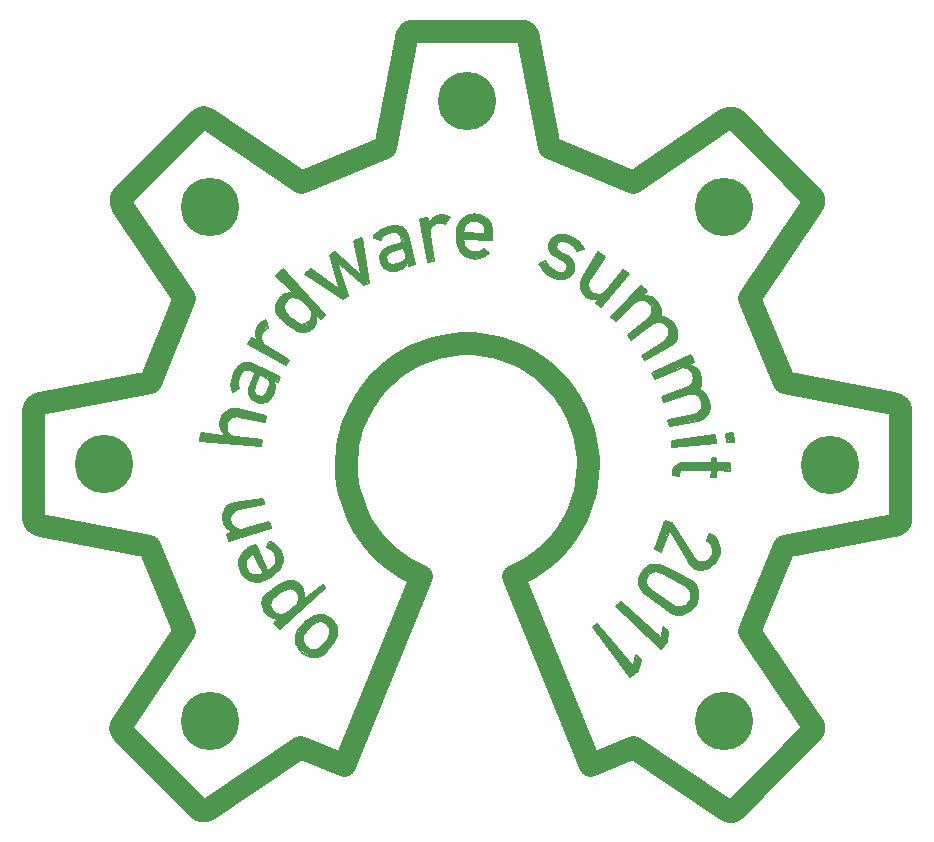
<source format=gbr>
G04 start of page 2 for group 0 idx 0 *
G04 Title: (unknown), component *
G04 Creator: pcb 20091103 *
G04 CreationDate: Fri Aug 12 04:18:29 2011 UTC *
G04 For: oskay *
G04 Format: Gerber/RS-274X *
G04 PCB-Dimensions: 305000 295000 *
G04 PCB-Coordinate-Origin: lower left *
%MOIN*%
%FSLAX25Y25*%
%LNFRONT*%
%ADD11C,0.1950*%
%ADD12C,0.0080*%
%ADD13C,0.0200*%
%ADD14C,0.0750*%
%ADD15C,0.1400*%
G54D11*X237339Y209769D03*
Y38469D03*
X272739Y123969D03*
X151739Y245269D03*
X66139Y38469D03*
X30539Y124069D03*
X66039Y209769D03*
G54D12*X83833Y112655D02*X84148Y110919D01*
X83833Y112656D02*X84148Y110919D01*
X77339Y102380D02*X85640Y104772D01*
X77339Y102381D02*X85640Y104772D01*
X86264Y102862D01*
X72516Y98419D02*X86264Y102862D01*
X76544Y102229D02*X77339Y102381D01*
G54D13*X73039Y100169D02*X85039Y103569D01*
X73039Y100169D02*Y99569D01*
X77839Y101169D01*
G54D12*X74467Y102658D02*X75096Y102381D01*
X75793Y102233D01*
X72966Y101127D02*X73088Y101180D01*
X72998Y101931D02*X73111Y101870D01*
X72544Y102169D02*X72998Y101931D01*
G54D13*X73539Y102469D02*X76939Y100769D01*
X85039Y103569D01*
G54D12*X72224Y110458D02*X73125Y110969D01*
X74214Y111267D01*
G54D13*X73939Y110069D02*X75439Y110269D01*
G54D12*X74901Y108836D02*X75673Y109080D01*
X74239Y108472D02*X74901Y108836D01*
X75673Y109081D01*
G54D13*X73639Y109169D02*X76039Y110169D01*
G54D12*X74214Y111267D02*X83833Y112655D01*
X74214Y111267D02*X83833Y112656D01*
X75673Y109080D02*X84148Y110919D01*
X75673Y109081D02*X84148Y110919D01*
G54D13*X75439Y110269D02*X83039Y111669D01*
G54D12*X73693Y108008D02*X74239Y108472D01*
X73267Y107461D02*X73693Y108008D01*
X72967Y106849D02*X73267Y107461D01*
X72796Y106192D02*X72967Y106849D01*
G54D13*X71839Y108869D02*X73939Y110069D01*
X72339Y107669D02*X73639Y109169D01*
G54D12*X72760Y105506D02*X72796Y106192D01*
X72760Y105506D02*X72864Y104811D01*
X73103Y104142D01*
X73458Y103552D01*
X73916Y103053D01*
X74467Y102658D01*
G54D13*X72539Y103369D02*X73539Y102469D01*
G54D12*X74467Y102658D02*X75096Y102380D01*
X75793Y102233D01*
X76544Y102229D01*
X77339Y102380D01*
X71783Y100779D02*X72516Y98419D01*
X73281Y101544D02*Y101512D01*
X73260Y101668D02*X73281Y101544D01*
X73201Y101780D02*X73260Y101668D01*
X73111Y101870D02*X73201Y101780D01*
X72966Y101126D02*X73088Y101180D01*
X73187Y101269D01*
X73254Y101383D01*
X73281Y101512D01*
X72544Y102169D02*X73111Y101870D01*
X71783Y100779D02*X72966Y101126D01*
X71783Y100779D02*X72966Y101127D01*
X72115Y102489D02*X72544Y102169D01*
X71716Y102878D02*X72115Y102489D01*
X71353Y103324D02*X71716Y102878D01*
X71033Y103816D02*X71353Y103324D01*
X70762Y104339D02*X71033Y103816D01*
X70547Y104883D02*X70762Y104339D01*
X70394Y105435D02*X70547Y104883D01*
G54D13*X71439Y105969D02*X72539Y103369D01*
G54D12*X70298Y106274D02*X70394Y105435D01*
X70298Y106274D02*X70356Y107178D01*
X70573Y108096D01*
G54D13*X71439Y105969D02*X71839Y108869D01*
G54D12*X70573Y108096D02*X70954Y108978D01*
X71502Y109778D01*
X70954Y108978D02*X71502Y109779D01*
Y109778D02*X72224Y110458D01*
X71502Y109779D02*X72224Y110458D01*
G54D14*X116790Y103939D02*X118360Y101455D01*
X115401Y106542D02*X116790Y103939D01*
X118360Y101455D02*X120103Y99098D01*
X114202Y109254D02*X115401Y106542D01*
X113201Y112068D02*X114202Y109254D01*
X112407Y114973D02*X113201Y112068D01*
X111829Y117963D02*X112407Y114973D01*
X111476Y121027D02*X111829Y117963D01*
X111356Y124157D02*X111476Y121027D01*
X111356Y124157D02*X111409Y126231D01*
X111564Y128278D01*
X111821Y130295D01*
X112175Y132280D01*
X112625Y134230D01*
X113168Y136143D01*
X113801Y138015D01*
X114523Y139845D01*
X115330Y141630D01*
X116219Y143368D01*
X117189Y145056D01*
X118237Y146690D01*
X119361Y148271D01*
X120557Y149793D01*
X121823Y151256D01*
X123158Y152654D01*
X124557Y153989D01*
G54D12*X74214Y142619D02*X75326Y142485D01*
X84740Y140125D01*
X84283Y138105D02*X84740Y140125D01*
X75847Y139951D02*X84283Y138105D01*
Y138106D02*X84740Y140125D01*
X75847Y139952D02*X84283Y138106D01*
X83139Y130087D02*X83351Y132100D01*
X75038Y140045D02*X75847Y139952D01*
G54D13*X74339Y141469D02*X83739Y139169D01*
G54D12*X74734Y133110D02*X83351Y132100D01*
X75038Y140045D02*X75847Y139951D01*
X74284Y139976D02*X75038Y140045D01*
X73596Y139761D02*X74284Y139976D01*
X72986Y139418D02*X73596Y139761D01*
X72467Y138963D02*X72986Y139418D01*
X72051Y138414D02*X72467Y138963D01*
X71751Y137789D02*X72051Y138414D01*
X71577Y137103D02*X71751Y137789D01*
X71533Y136390D02*X71577Y137103D01*
G54D13*X70339Y138169D02*X71039Y135169D01*
X70439Y138069D02*X71039Y135169D01*
G54D12*X71533Y136390D02*X71614Y135698D01*
X71825Y135048D01*
X72169Y134460D01*
X72644Y133961D01*
G54D13*X71639Y133969D02*X72639Y132869D01*
G54D12*X72644Y133961D02*X73238Y133561D01*
X73939Y133274D01*
X74734Y133110D01*
X62621Y131792D02*X83139Y130087D01*
G54D13*X63539Y133469D02*X82239Y131169D01*
X64939Y132769D02*X82239Y131169D01*
X64939Y132769D02*X72639Y132869D01*
G54D12*X62621Y131792D02*X62929Y134499D01*
X70259Y133630D01*
X62929Y134499D02*X70259Y133631D01*
G54D13*X63539Y133469D02*X63739Y132869D01*
G54D12*X70259Y133630D02*X70420Y133647D01*
X70564Y133727D01*
X70667Y133853D01*
X70709Y134010D01*
X70259Y133631D02*X70420Y133647D01*
X70568Y134357D02*X70667Y134233D01*
X70709Y134080D02*Y134010D01*
X70667Y134233D02*X70709Y134080D01*
X70241Y134754D02*X70568Y134357D01*
X69969Y135220D02*X70241Y134754D01*
X70709Y134081D02*Y134010D01*
X70667Y134233D02*X70709Y134081D01*
X69752Y135739D02*X69969Y135220D01*
X69592Y136297D02*X69752Y135739D01*
X69488Y136879D02*X69592Y136297D01*
X69442Y137471D02*X69488Y136879D01*
X69442Y137471D02*X69454Y138059D01*
X69442Y137472D02*X69488Y136879D01*
X69442Y137472D02*X69454Y138059D01*
X69723Y139330D02*X70052Y140034D01*
X70502Y140709D01*
X71063Y141325D01*
X71724Y141854D01*
X72477Y142265D01*
X73310Y142531D01*
X74214Y142619D01*
X69454Y138059D02*X69526Y138626D01*
X69723Y139330D01*
X69454Y138059D02*X69526Y138627D01*
X69723Y139330D01*
G54D13*X72339Y141169D02*X74339Y141469D01*
X73239Y141269D02*X73939Y140769D01*
X70339Y138169D02*X72339Y141169D01*
X70439Y138069D02*X73239Y141269D01*
G54D12*X80899Y149610D02*X81094Y150258D01*
X80805Y149010D02*X80899Y149610D01*
X80805Y149010D02*X80812Y148463D01*
X80921Y147969D01*
X81126Y147542D01*
X81424Y147188D01*
X81800Y146913D01*
X82239Y146722D01*
X82678Y146621D01*
X83137Y146606D01*
G54D13*X79839Y148169D02*X80739Y146469D01*
G54D12*X87131Y151126D02*X87523Y150493D01*
X87691Y149879D01*
X87689Y149515D02*X87691Y149879D01*
X87622Y149079D02*X87689Y149515D01*
X87485Y148546D02*X87622Y149079D01*
X87273Y147899D02*X87485Y148546D01*
X86819Y146867D02*X87273Y147899D01*
X86287Y146047D02*X86819Y146867D01*
G54D13*X86339Y148269D02*X86739Y150369D01*
G54D12*X85683Y145425D02*X86287Y146047D01*
G54D13*X84539Y145869D02*X86339Y148269D01*
G54D12*X85016Y144986D02*X85683Y145425D01*
X84288Y144711D02*X85016Y144986D01*
X83502Y144592D02*X84288Y144711D01*
X82666Y144626D02*X83502Y144592D01*
X81789Y144813D02*X82666Y144626D01*
X81021Y145108D02*X81789Y144813D01*
X80349Y145533D02*X81021Y145108D01*
X79789Y146075D02*X80349Y145533D01*
X79358Y146722D02*X79789Y146075D01*
G54D13*X80739Y146469D02*X82639Y145669D01*
X84539Y145869D01*
G54D12*X83137Y146606D02*X83599Y146692D01*
X84046Y146896D01*
X84458Y147219D01*
X84833Y147665D01*
X85169Y148238D01*
X85466Y148940D01*
X85758Y149775D01*
X85963Y150486D01*
X86049Y151111D01*
X85987Y151686D02*X86049Y151111D01*
X85890Y151958D02*X85987Y151686D01*
X85746Y152214D02*X85890Y151958D01*
G54D13*X86539Y153469D02*X86639Y152169D01*
G54D12*X85557Y152449D02*X85746Y152214D01*
X85557Y152447D02*X85746Y152214D01*
X85325Y152657D02*X85557Y152449D01*
X84752Y153029D02*X85325Y152657D01*
X84006Y153383D02*X84752Y153029D01*
X82965Y153840D02*X84006Y153383D01*
X79067Y147468D02*X79358Y146722D01*
X78944Y148313D02*X79067Y147468D01*
X78944Y148313D02*X79010Y149256D01*
G54D13*X79839Y148169D02*X80239Y150069D01*
G54D12*X79010Y149256D02*X79287Y150297D01*
X85325Y152657D02*X85557Y152447D01*
X82530Y153776D02*X82721Y153872D01*
X81094Y150258D02*X82412Y153596D01*
X79287Y150297D02*X80881Y154322D01*
G54D13*X80239Y150069D02*X81539Y154169D01*
G54D12*X82791Y153872D02*X82965Y153840D01*
X82721Y153872D02*X82791D01*
X82412Y153596D02*X82530Y153776D01*
X80881Y154322D02*X80911Y154456D01*
X80895Y154592D02*X80911Y154456D01*
X80839Y154715D02*X80895Y154592D01*
X80747Y154811D02*X80839Y154715D01*
X80676Y154843D02*X80747Y154811D01*
G54D13*X81539Y153969D02*X82339Y155269D01*
G54D12*X78143Y157968D02*X79188Y157904D01*
X80329Y157518D01*
X79216Y155467D02*X80676Y154843D01*
X78650Y155638D02*X79216Y155467D01*
G54D13*X78139Y156869D02*X81439Y155869D01*
G54D12*X76304Y154336D02*X76681Y154856D01*
X75960Y153706D02*X76304Y154336D01*
X75960Y153707D02*X76304Y154336D01*
X73966Y154281D02*X74405Y155133D01*
X74904Y155899D01*
X75457Y156564D01*
X76061Y157115D01*
X76713Y157542D01*
G54D13*X74939Y154369D02*X76539Y156069D01*
G54D12*X75641Y152972D02*X75960Y153706D01*
X75302Y151878D02*X75641Y152972D01*
X75191Y150889D02*X75302Y151878D01*
X75191Y150889D02*X75313Y150229D01*
X75602Y149635D01*
X73693Y148175D02*X75602Y149635D01*
X73218Y149301D02*X73693Y148175D01*
G54D13*X74239Y149669D02*X74339Y150069D01*
X74239Y151969D02*Y149669D01*
G54D12*X75641Y152972D02*X75960Y153707D01*
X73061Y150565D02*X73218Y149301D01*
X73061Y150565D02*X73195Y151928D01*
X73590Y153351D01*
X73966Y154281D01*
X73061Y150567D02*X73195Y151929D01*
X73590Y153351D01*
X73061Y150567D02*X73218Y149301D01*
G54D13*X74239Y151969D02*X74939Y154369D01*
G54D12*X76681Y154856D02*X77101Y155261D01*
X76713Y157542D02*X77408Y157829D01*
X78143Y157968D01*
X77408Y157831D02*X78143Y157968D01*
X76713Y157542D02*X77408Y157831D01*
X78095Y155660D02*X78650Y155638D01*
X77572Y155533D02*X78095Y155660D01*
X77101Y155261D02*X77572Y155533D01*
G54D13*X76539Y156069D02*X78139Y156869D01*
G54D14*X62965Y239564D02*X63389Y239690D01*
X62567Y239354D02*X62965Y239564D01*
X62208Y239061D02*X62567Y239354D01*
X65087D02*X65447Y239061D01*
X64689Y239564D02*X65087Y239354D01*
X64264Y239690D02*X64689Y239564D01*
X36801Y213600D02*X62208Y239061D01*
X65447D02*X96198Y218347D01*
X124301Y230000D01*
X63827Y239732D02*X64264Y239690D01*
X63389D02*X63827Y239732D01*
X36515Y213249D02*X36801Y213600D01*
X36324Y212867D02*X36515Y213249D01*
X36221Y212463D02*X36324Y212867D01*
X36200Y212042D02*X36221Y212463D01*
G54D12*X80329Y157518D02*X89356Y153281D01*
X84772Y163389D02*X92308Y158907D01*
X91337Y157139D02*X92308Y158907D01*
G54D13*X81439Y155869D02*X88039Y152769D01*
G54D12*X88521Y151410D02*X89356Y153281D01*
X87621Y151789D02*X88521Y151410D01*
X87419Y151803D02*X87621Y151789D01*
X87234Y151718D02*X87419Y151803D01*
X87202Y151686D02*X87234Y151718D01*
X87171Y151647D02*X87202Y151686D01*
X87091Y151533D02*X87171Y151647D01*
X87057Y151396D02*X87091Y151533D01*
X87057Y151396D02*X87070Y151254D01*
X87131Y151126D01*
X78727Y164083D02*X91337Y157139D01*
X83572Y164469D02*X84085Y163894D01*
G54D13*X80139Y164369D02*X91039Y158569D01*
X80139Y164969D02*X83039Y163469D01*
X82239Y164969D02*X83039Y163469D01*
G54D12*X78727Y164083D02*X79943Y166269D01*
G54D13*X80139Y164969D02*Y164369D01*
G54D14*X45866Y151513D02*X57515Y179669D01*
G54D12*X79943Y166269D02*X80984Y165646D01*
X81138Y165599D01*
X81298Y165618D01*
X81442Y165694D01*
X81544Y165819D01*
X81576Y165883D01*
X81625Y166039D01*
X81615Y166199D02*X81625Y166039D01*
X81407Y167231D02*X81615Y166199D01*
X81407Y167231D02*X81480Y168363D01*
X81801Y169489D01*
X83071Y167046D02*X83264Y167653D01*
X82990Y166406D02*X83071Y167046D01*
X83225Y165093D02*X83572Y164469D01*
G54D13*X82239Y165669D02*Y164969D01*
Y165669D02*X82439Y167769D01*
G54D12*X83556Y168211D02*X83895Y168638D01*
X83264Y167653D02*X83556Y168211D01*
X83071Y167044D02*X83264Y167653D01*
X82990Y166406D02*X83071Y167044D01*
X82990Y166406D02*X83036Y165749D01*
X83225Y165093D01*
X83572Y164468D01*
X84085Y163894D01*
X84772Y163389D01*
X84669Y172307D02*X85293Y169529D01*
X84006Y171993D02*X84669Y172307D01*
X84771Y169281D02*X85293Y169529D01*
X84303Y168989D02*X84771Y169281D01*
X83895Y168638D02*X84303Y168989D01*
G54D13*X82439Y167769D02*X83339Y170169D01*
G54D12*X81801Y169489D02*X82341Y170507D01*
X82814Y171082D01*
X83379Y171582D01*
X84006Y171993D01*
G54D13*X83339Y170169D02*X84039Y171069D01*
Y170069D01*
G54D12*X90919Y175297D02*X91329Y174563D01*
X91870Y173882D01*
X92500Y173249D01*
X93176Y172654D01*
X90766Y171714D02*X91748Y170918D01*
G54D13*X89739Y174169D02*X93639Y170769D01*
G54D12*X99848Y172688D02*X100119Y173547D01*
X100113Y174379D02*X100119Y173547D01*
X99876Y175156D02*X100113Y174379D01*
X99468Y175865D02*X99876Y175156D01*
X98948Y176522D02*X99468Y175865D01*
X98948Y176524D02*X99468Y175865D01*
X98364Y177140D02*X98948Y176524D01*
X95380Y179494D02*X95902Y179221D01*
X94837Y179694D02*X95380Y179494D01*
X89979Y172388D02*X90766Y171714D01*
X89366Y172963D02*X89979Y172388D01*
X88906Y173458D02*X89366Y172963D01*
X88570Y173894D02*X88906Y173458D01*
X88332Y174303D02*X88570Y173894D01*
G54D13*X88939Y175569D02*X89739Y174169D01*
X89639Y175669D02*X90339Y173869D01*
G54D12*X88164Y174714D02*X88332Y174303D01*
X88039Y175156D02*X88164Y174714D01*
X87957Y175639D02*X88039Y175156D01*
X87949Y176167D02*X87957Y175639D01*
X87949Y176167D02*X88012Y176725D01*
X88348Y177881D02*X88619Y178449D01*
X88955Y178992D01*
X89356Y179496D01*
X90155Y180196D01*
X88012Y176725D02*X88146Y177301D01*
X88348Y177881D01*
G54D13*X88939Y175569D02*X89439Y177969D01*
X89639Y175669D02*X89939Y178169D01*
G54D12*X93176Y172654D02*X93858Y172086D01*
X94553Y171556D01*
X95271Y171108D01*
X96025Y170783D01*
X93858Y172086D02*X94553Y171557D01*
X95271Y171108D01*
X96025Y170783D02*X96816Y170644D01*
X97634Y170749D01*
X98455Y171131D01*
X99252Y171825D01*
X99848Y172688D01*
G54D13*X99739Y170569D02*X100439Y172069D01*
G54D12*X102969Y172693D02*X104216Y173940D01*
X102101Y173522D02*X102969Y172693D01*
X102005Y173579D02*X102101Y173522D01*
X101898Y173601D02*X102005Y173579D01*
X101787Y173593D02*X101898Y173601D01*
X101680Y173558D02*X101787Y173593D01*
X101584Y173499D02*X101680Y173558D01*
X101507Y173418D02*X101584Y173499D01*
X101507Y173419D02*X101584Y173499D01*
X101456Y173322D02*X101507Y173418D01*
X101439Y173214D02*X101456Y173322D01*
X101432Y172233D02*X101439Y173214D01*
X101260Y171318D02*X101432Y172233D01*
G54D13*X100439Y172069D02*X100839Y173669D01*
G54D12*X101456Y173322D02*X101507Y173419D01*
G54D13*X102739Y174169D02*X103139Y173969D01*
X101039Y174369D02*X101439Y174869D01*
X100839Y173669D02*X101039Y174369D01*
G54D12*X100892Y170457D02*X101260Y171318D01*
X100294Y169639D02*X100892Y170457D01*
X99862Y169204D02*X100294Y169639D01*
G54D13*X98339Y169669D02*X99739Y170569D01*
X96239Y169469D02*X98339Y169669D01*
G54D12*X99443Y168868D02*X99862Y169204D01*
X99027Y168619D02*X99443Y168868D01*
X98608Y168446D02*X99027Y168619D01*
X98178Y168333D02*X98608Y168446D01*
X97730Y168272D02*X98178Y168333D01*
X97257Y168249D02*X97730Y168272D01*
X96751Y168250D02*X97257Y168249D01*
X96296Y168267D02*X96751Y168250D01*
X95864Y168332D02*X96296Y168267D01*
X95416Y168469D02*X95864Y168332D01*
X94912Y168700D02*X95416Y168469D01*
X94317Y169044D02*X94912Y168700D01*
X93607Y169518D02*X94317Y169044D01*
X92758Y170138D02*X93607Y169518D01*
X91748Y170918D02*X92758Y170138D01*
G54D13*X93639Y170769D02*X96239Y169469D01*
G54D14*X9506Y144443D02*X45866Y151513D01*
X9043Y144397D02*X9506Y144443D01*
X8610Y144267D02*X9043Y144397D01*
X8216Y144058D02*X8610Y144267D01*
X7871Y143783D02*X8216Y144058D01*
X7585Y143449D02*X7871Y143783D01*
X7369Y143063D02*X7585Y143449D01*
X7232Y142635D02*X7369Y143063D01*
X7184Y142175D02*X7232Y142635D01*
X7184Y142175D02*Y106194D01*
X7233Y105744D01*
X7372Y105341D01*
X7591Y104986D01*
X7879Y104679D01*
X8225Y104420D01*
X8619Y104209D01*
X9050Y104046D01*
X9506Y103932D01*
X45812Y96862D01*
G54D12*X100712Y71028D02*X101406Y71425D01*
X100347Y70737D02*X100712Y71028D01*
X99951Y70376D02*X100347Y70737D01*
X99502Y69933D02*X99951Y70376D01*
X98976Y69394D02*X99502Y69933D01*
G54D13*X97639Y69969D02*X101439Y72669D01*
G54D12*X98445Y68829D02*X98976Y69394D01*
X98023Y68334D02*X98445Y68829D01*
X97695Y67892D02*X98023Y68334D01*
X97446Y67485D02*X97695Y67892D01*
X97137Y66711D02*X97446Y67485D01*
X96996Y65954D02*X97137Y66711D01*
X96996Y65954D02*X97026Y65198D01*
X97272Y64423D01*
X96562Y70166D02*X97343Y70957D01*
X98168Y71728D01*
X98892Y72349D01*
X98168Y71728D02*X98892Y72350D01*
X97272Y64423D02*X97709Y63685D01*
X98314Y63042D01*
X99025Y62541D01*
X99796Y62202D01*
X100581Y62055D01*
X98314Y63042D02*X99025Y62542D01*
X99796Y62202D01*
X100581Y62056D01*
X101336Y62135D01*
X98892Y72349D02*X99536Y72839D01*
X100121Y73214D01*
X100667Y73488D01*
X101201Y73682D01*
X101749Y73806D01*
X102339Y73869D01*
X99536Y72840D02*X100121Y73214D01*
X102509Y71709D02*X102827Y71722D01*
X102165Y71651D02*X102509Y71709D01*
X102165Y71652D02*X102509Y71709D01*
X102133Y71651D02*X102165D01*
X101406Y71425D02*X102133Y71651D01*
Y71652D02*X102165D01*
X101406Y71425D02*X102133Y71652D01*
X98892Y72350D02*X99536Y72840D01*
X104866Y65247D02*X105249Y65773D01*
X105550Y66234D01*
X105779Y66649D01*
X106038Y67401D01*
X106126Y68140D01*
X106158D01*
X106110Y68837D02*X106158Y68140D01*
X105889Y69548D02*X106110Y68837D01*
X105490Y70234D02*X105889Y69548D01*
X104911Y70854D02*X105490Y70234D01*
X103883Y71487D02*X104911Y70854D01*
X102827Y71722D02*X103883Y71487D01*
X102339Y73869D02*X102796Y73882D01*
X103246Y73869D01*
X103943Y73810D01*
X104682Y73616D01*
X105491Y73219D01*
X106402Y72551D01*
X106979Y72008D01*
X107432Y71475D01*
X105491Y73219D02*X106402Y72552D01*
X106979Y72008D01*
G54D13*X103539Y72769D02*X105339Y71869D01*
X106739Y70369D01*
G54D12*X107432Y71475D02*X107776Y70954D01*
X108027Y70444D01*
X108201Y69945D01*
X108313Y69460D01*
X108379Y68987D01*
X108027Y70444D02*X108201Y69946D01*
X108313Y69460D01*
X108379Y68987D02*X108415Y68526D01*
X108424Y67934D01*
X108367Y67381D02*X108424Y67934D01*
X108240Y66837D02*X108367Y67381D01*
X108379Y68987D02*X108415Y68527D01*
X108424Y67934D01*
X108036Y66269D02*X108240Y66837D01*
X107743Y65650D02*X108036Y66269D01*
X107343Y64955D02*X107743Y65650D01*
X106820Y64162D02*X107343Y64955D01*
X106158Y63247D02*X106820Y64162D01*
Y64163D02*X107343Y64955D01*
X106158Y63247D02*X106820Y64163D01*
G54D13*X106739Y70369D02*X107339Y68369D01*
X106739Y66169D02*X107339Y68369D01*
X104939Y63669D02*X106739Y66169D01*
G54D12*X100581Y62055D02*X101336Y62135D01*
X102060Y62416D01*
X102756Y62868D01*
X103112Y63181D01*
X103490Y63569D01*
X103910Y64049D01*
X104390Y64636D01*
X104866Y65247D01*
G54D13*X101439Y61069D02*X103139Y61569D01*
G54D12*X105473Y62369D02*X106158Y63247D01*
X104848Y61659D02*X105473Y62369D01*
X104266Y61096D02*X104848Y61659D01*
X103713Y60661D02*X104266Y61096D01*
X103173Y60334D02*X103713Y60661D01*
G54D13*X103139Y61569D02*X104939Y63669D01*
G54D12*X102629Y60096D02*X103173Y60334D01*
X102067Y59927D02*X102629Y60096D01*
X101471Y59807D02*X102067Y59927D01*
X101022Y59760D02*X101471Y59807D01*
G54D14*X110705Y23983D02*X136383Y86886D01*
G54D12*X100516Y59764D02*X101022Y59760D01*
X99963Y59826D02*X100516Y59764D01*
X99372Y59956D02*X99963Y59826D01*
X98753Y60164D02*X99372Y59956D01*
G54D13*X99539Y61069D02*X101439D01*
X97939Y62069D02*X99539Y61069D01*
G54D14*X96144Y30028D02*X110705Y23983D01*
G54D12*X98115Y60457D02*X98753Y60164D01*
X97468Y60845D02*X98115Y60457D01*
X96822Y61337D02*X97468Y60845D01*
X96235Y61904D02*X96822Y61337D01*
G54D13*X96639Y63469D02*X97939Y62069D01*
G54D12*X95750Y62505D02*X96235Y61904D01*
X95359Y63124D02*X95750Y62505D01*
X95056Y63743D02*X95359Y63124D01*
X94835Y64346D02*X95056Y63743D01*
G54D13*X95639Y65669D02*X96639Y63469D01*
G54D12*X94689Y64914D02*X94835Y64346D01*
X94612Y65433D02*X94689Y64914D01*
X94597Y65883D02*X94612Y65433D01*
X94597Y65883D02*X94637Y66491D01*
X94725Y67069D01*
X94881Y67636D01*
X95123Y68210D01*
X95471Y68811D01*
G54D13*X95639Y65669D02*X96539Y68469D01*
G54D12*X95471Y68811D02*X95944Y69457D01*
X96562Y70166D01*
G54D13*X96539Y68469D02*X98039Y70069D01*
G54D14*X133681Y88110D02*X136383Y86886D01*
X131089Y89522D02*X133681Y88110D01*
X128618Y91114D02*X131089Y89522D01*
X126274Y92875D02*X128618Y91114D01*
X124068Y94799D02*X126274Y92875D01*
X122008Y96876D02*X124068Y94799D01*
X120103Y99098D02*X122008Y96876D01*
G54D12*X96014Y83929D02*X96404Y83457D01*
X96904Y82597D01*
X97158Y81723D01*
X97227Y80778D01*
X97169Y79708D02*X97227Y80778D01*
X97169Y79708D02*X97183Y79601D01*
X97227Y79504D01*
X97297Y79423D01*
X97385Y79359D01*
X97485Y79318D01*
X97590Y79302D01*
X97695Y79315D01*
X97793Y79361D01*
X103554Y83939D01*
X104461Y82897D01*
X95465Y78004D02*X95766Y78750D01*
X95836Y79575D01*
X89254Y69150D02*X104461Y82897D01*
G54D13*X101439Y72669D02*X103539Y72769D01*
X89239Y70569D02*X103339Y82869D01*
X96139Y77469D02*X96539Y79669D01*
G54D12*X93137Y75676D02*X93788Y76197D01*
X94423Y76747D01*
X94997Y77343D01*
X95465Y78004D01*
X93137Y75677D02*X93788Y76197D01*
X95634Y80456D02*X95836Y79575D01*
X95118Y81374D02*X95634Y80456D01*
X94589Y81982D02*X95118Y81374D01*
X94036Y82418D02*X94589Y81982D01*
X93460Y82687D02*X94036Y82418D01*
X92861Y82794D02*X93460Y82687D01*
X90880Y82284D02*X91859Y82674D01*
X89929Y81724D02*X90880Y82284D01*
X90154Y73979D02*X90961Y74256D01*
X91729Y74663D01*
X92455Y75153D01*
X93137Y75677D01*
G54D13*X89539Y72669D02*X93039Y74569D01*
X95239Y82569D02*X95839Y82269D01*
X96239Y80869D01*
X96539Y79669D01*
G54D12*X207239Y57447D02*X208068Y60572D01*
X209630Y58875D01*
G54D13*X207539Y56069D02*X208539Y58969D01*
X207539Y55669D02*X208539Y58969D01*
G54D12*X195047Y70783D02*X206544Y57312D01*
X208589Y55332D02*X209630Y58875D01*
X205882Y53178D02*X208589Y55332D01*
G54D13*X206239Y54569D02*X207539Y56069D01*
X205239Y56969D02*X207539Y55669D01*
G54D12*X193658Y69703D02*X205882Y53178D01*
G54D13*X194839Y69569D02*X206239Y54569D01*
X204939Y57669D02*X205239Y56969D01*
X198939Y64469D02*X204939Y57669D01*
G54D12*X206544Y57312D02*X206716Y57198D01*
X206927Y57190D01*
X207120Y57277D01*
X207239Y57447D01*
X206927Y57190D02*X207120Y57278D01*
X207239Y57447D01*
X193658Y69703D02*X195047Y70783D01*
X202859Y78249D02*X216022Y66372D01*
X216490Y66334D02*X216614Y66443D01*
X201509Y76757D02*X202859Y78249D01*
X201509Y76757D02*X216337Y62521D01*
G54D13*X202939Y76969D02*X216539Y63769D01*
G54D12*X216684Y66649D02*X217064Y69915D01*
X218832Y68424D01*
X218311Y64707D02*X218832Y68424D01*
G54D13*X217539Y65469D02*X217739Y68369D01*
X217339Y65369D02*X217739Y68369D01*
G54D12*X216337Y62521D02*X218311Y64707D01*
G54D13*X216539Y63769D02*X217539Y65469D01*
X216339Y65069D02*X217339Y65369D01*
G54D12*X216022Y66372D02*X216166Y66296D01*
X216332Y66284D01*
X216490Y66334D01*
X216614Y66443D02*X216684Y66649D01*
G54D13*X212039Y68469D02*X216339Y65069D01*
G54D12*X223629Y76583D02*X224312Y76870D01*
X224936Y77275D01*
X225477Y77785D01*
X225259Y74804D02*X226298Y75499D01*
X224111Y74287D02*X225259Y74804D01*
X224312Y76870D02*X224936Y77276D01*
X225477Y77785D01*
X222905Y73994D02*X224111Y74287D01*
X221687Y73959D02*X222905Y73994D01*
X220491Y74228D02*X221687Y73959D01*
X219352Y74847D02*X220491Y74228D01*
G54D13*X224139Y75269D02*X226739Y76969D01*
X222039Y75169D02*X225939Y76769D01*
X221239Y75169D02*X224139Y75269D01*
G54D12*X216716Y87797D02*X224632Y83386D01*
G54D13*X218439Y88069D02*X226339Y83769D01*
X225439Y84669D02*X226339Y83769D01*
G54D12*X215634Y88255D02*X216716Y87797D01*
X215634Y88256D02*X216716Y87797D01*
X217584Y89810D02*X225989Y85540D01*
X227012Y89776D02*X227827Y89289D01*
X225477Y77785D02*X225918Y78383D01*
X226234Y79040D01*
X226425Y79720D01*
X226483Y80411D01*
X226407Y81097D02*X226483Y80411D01*
X226184Y81758D02*X226407Y81097D01*
X225816Y82373D02*X226184Y81758D01*
X225300Y82924D02*X225816Y82373D01*
X224632Y83386D02*X225300Y82924D01*
G54D13*X225439Y93969D02*X227039Y91369D01*
G54D12*X225989Y85540D02*X227064Y84808D01*
X227857Y83897D01*
G54D13*X225439Y84669D02*X227239Y83169D01*
G54D12*X228393Y82852D02*X228695Y81721D01*
X228782Y80544D01*
X228659Y79372D02*X228782Y80544D01*
X228347Y78254D02*X228659Y79372D01*
X227859Y77239D02*X228347Y78254D01*
X227180Y76327D02*X227859Y77239D01*
X226298Y75499D02*X227180Y76327D01*
X227857Y83897D02*X228393Y82852D01*
X225816Y82374D02*X226184Y81758D01*
X225300Y82924D02*X225816Y82374D01*
G54D13*X227239Y83169D02*X227839Y80469D01*
X227239Y82569D02*X227339Y79669D01*
X226239Y83169D02*X227239Y82569D01*
X226739Y76969D02*X227839Y80469D01*
X225939Y76769D02*X227339Y79669D01*
G54D12*X213173Y82171D02*X220639Y77033D01*
X221375Y76644D01*
X222136Y76450D01*
X222895Y76435D01*
X223629Y76583D01*
G54D13*X215039Y78969D02*X215439Y79369D01*
G54D12*X214601Y88421D02*X215634Y88255D01*
X214601Y88421D02*X215634Y88256D01*
X211784Y80435D02*X219352Y74847D01*
G54D13*X215039Y78969D02*X221239Y75169D01*
X215439Y79369D02*X222039Y75169D01*
G54D12*X213047Y88010D02*X213790Y88322D01*
X212394Y87494D02*X213047Y88010D01*
G54D13*X211139Y82669D02*X214739Y79769D01*
G54D12*X213790Y88322D02*X214601Y88421D01*
X213047Y88009D02*X213790Y88322D01*
X214080Y90646D02*X214894Y90635D01*
G54D13*X213839Y89569D02*X215339Y89469D01*
X218439Y88069D01*
G54D12*X214894Y90635D02*X215754Y90496D01*
X216654Y90223D01*
X217584Y89810D01*
X212816Y90397D02*X214080Y90646D01*
G54D13*X215439Y96169D02*X215639Y96069D01*
G54D12*X209044Y85036D02*X209140Y86001D01*
X209432Y86968D01*
G54D13*X210239Y84469D02*X210339Y86169D01*
G54D12*X209432Y86968D02*X209914Y87932D01*
X210716Y89015D01*
X211689Y89845D01*
X212816Y90397D01*
G54D13*X210339Y86169D02*X211439Y88369D01*
X213839Y89569D01*
G54D12*X211330Y84898D02*X211437Y84286D01*
X211684Y83706D01*
X212059Y83161D01*
X212557Y82650D01*
X213173Y82171D01*
X210770Y81301D02*X211784Y80435D01*
X210000Y82205D02*X210770Y81301D01*
X209464Y83136D02*X210000Y82205D01*
X209148Y84080D02*X209464Y83136D01*
X209044Y85036D02*X209148Y84080D01*
Y84081D02*X209464Y83136D01*
X209044Y85036D02*X209148Y84081D01*
G54D13*X210239Y84469D02*X211139Y82669D01*
G54D12*X212394Y87494D02*X213047Y88009D01*
X211855Y86787D02*X212394Y87494D01*
X211544Y86155D02*X211855Y86787D01*
X211368Y85523D02*X211544Y86155D01*
X211330Y84898D02*X211368Y85523D01*
G54D14*X177027Y92875D02*X179233Y94799D01*
X174683Y91114D02*X177027Y92875D01*
X172211Y89522D02*X174683Y91114D01*
X169619Y88110D02*X172211Y89522D01*
X166918Y86886D02*X169619Y88110D01*
X166918Y86886D02*X192595Y23983D01*
X207162Y30028D01*
X181294Y96876D02*X183200Y99098D01*
X207162Y30028D02*X237854Y9308D01*
X238214Y9016D01*
X238611Y8807D01*
X239036Y8682D01*
X240733Y9016D02*X241093Y9308D01*
X239036Y8682D02*X239473Y8641D01*
X239909Y8682D01*
X240334Y8807D01*
X240733Y9016D01*
X241093Y9308D02*X266500Y34775D01*
X266786Y35124D02*X266976Y35500D01*
X267045Y36723D02*X267100Y36306D01*
X266923Y37141D02*X267045Y36723D01*
X266739Y37554D02*X266923Y37141D01*
X266500Y37954D02*X266739Y37554D01*
X266500Y34775D02*X266786Y35124D01*
X266976Y35500D02*X267079Y35896D01*
X267100Y36306D01*
X245786Y68651D02*X266500Y37954D01*
X245786Y68651D02*X257493Y96862D01*
G54D12*X91859Y82674D02*X92861Y82794D01*
X90880Y82283D02*X91859Y82674D01*
X89929Y81724D02*X90880Y82283D01*
X89009Y81097D02*X89929Y81724D01*
X88277Y80568D02*X89009Y81097D01*
X87590Y80003D02*X88277Y80568D01*
X86987Y79386D02*X87590Y80003D01*
X85881Y81671D02*X86732Y82267D01*
X87794Y82968D01*
G54D13*X86839Y80569D02*X87339Y81669D01*
X89139Y82269D01*
G54D12*X86508Y78699D02*X86987Y79386D01*
X86216Y77927D02*X86508Y78699D01*
X86167Y77083D02*X86216Y77927D01*
X86167Y77083D02*X86394Y76186D01*
X86926Y75258D01*
X87664Y74497D01*
X92964Y85193D02*X93471Y85145D01*
X93945Y85073D01*
X94392Y84965D01*
X93945Y85073D02*X94392Y84966D01*
X92757Y85180D02*X92964Y85193D01*
X87794Y82968D02*X88739Y83570D01*
X89547Y84061D01*
X90233Y84449D01*
X90816Y84743D01*
X91308Y84944D01*
X91738Y85069D01*
X92131Y85134D01*
X92514Y85154D01*
X92757Y85180D01*
G54D13*X89139Y82269D02*X91039Y83669D01*
X92839Y83969D01*
G54D12*X94392Y84965D02*X94818Y84809D01*
X95227Y84593D01*
X95624Y84304D01*
X94818Y84810D02*X95227Y84593D01*
X94392Y84966D02*X94818Y84810D01*
X95624Y84304D02*X96014Y83929D01*
G54D13*X92839Y83969D02*X94939Y83669D01*
X95239Y82569D01*
G54D12*X87664Y74497D02*X88473Y74053D01*
X89314Y73892D01*
X90154Y73979D01*
X90961Y74255D01*
X91729Y74663D01*
X92455Y75152D01*
X93137Y75676D01*
X87479Y71162D02*X89254Y69150D01*
G54D13*X88939Y70969D02*X89239Y70569D01*
G54D12*X87479Y71162D02*X88418Y71928D01*
X88212Y72622D02*X88362Y72580D01*
X87214Y72820D02*X88212Y72622D01*
X88418Y71928D02*X88515Y72047D01*
X88561Y72192D01*
X88553Y72344D02*X88561Y72192D01*
X88489Y72480D02*X88553Y72344D01*
X88362Y72580D02*X88489Y72480D01*
Y72481D02*X88553Y72344D01*
X88362Y72580D02*X88489Y72481D01*
G54D13*X88739Y73269D02*X89539Y72669D01*
G54D12*X86207Y73253D02*X87214Y72820D01*
X85282Y73883D02*X86207Y73253D01*
X84527Y74674D02*X85282Y73883D01*
G54D13*X86439Y74069D02*X88739Y73269D01*
X85139Y76369D02*X86439Y74069D01*
G54D12*X84177Y75213D02*X84527Y74674D01*
X83897Y75785D02*X84177Y75213D01*
X83689Y76375D02*X83897Y75785D01*
X83548Y76970D02*X83689Y76375D01*
X83477Y77556D02*X83548Y76970D01*
X83472Y78118D02*X83477Y77556D01*
G54D14*X45812Y96862D02*X57515Y68651D01*
X36297Y37207D02*X57515Y68651D01*
X36129Y36364D02*X36297Y37207D01*
X36129Y36364D02*X36297Y35522D01*
G54D12*X83472Y78118D02*X83533Y78643D01*
X83659Y79117D01*
X83829Y79543D01*
X84040Y79930D01*
X84321Y80310D01*
X84701Y80711D01*
X85213Y81159D01*
X85881Y81671D01*
G54D13*X85839Y80569D02*X86839D01*
X84539Y77669D02*X85139Y76369D01*
X84539Y77669D02*X85139Y79569D01*
X85439Y77969D01*
X85839Y80569D01*
X85039Y75669D02*X85439D01*
G54D14*X65447Y9308D02*X96144Y30028D01*
X36297Y35522D02*X36801Y34775D01*
X64625Y8886D02*X65044Y9069D01*
X65447Y9308D01*
X62561Y9024D02*X62944Y8834D01*
X63350Y8731D01*
X63770Y8710D01*
X64198Y8764D01*
X64625Y8886D01*
X62208Y9308D02*X62561Y9024D01*
X36801Y34775D02*X62208Y9308D01*
G54D12*X80290Y94182D02*X80431Y94253D01*
X79527Y93735D02*X80290Y94182D01*
X78906Y93207D02*X79527Y93735D01*
X78431Y92612D02*X78906Y93207D01*
Y93208D02*X79527Y93735D01*
X78431Y92612D02*X78906Y93208D01*
X78104Y91964D02*X78431Y92612D01*
X77929Y91275D02*X78104Y91964D01*
X77904Y90572D02*X77929Y91275D01*
X77904Y90572D02*X78022Y89871D01*
X77904Y90573D02*X77929Y91275D01*
X77904Y90573D02*X78022Y89871D01*
X78244Y95787D02*X79422Y96375D01*
X80329Y87308D02*X81044Y87153D01*
X81814Y87148D01*
X82622Y87303D01*
X83454Y87624D01*
X83568Y87718D01*
X83638Y87849D01*
X83659Y87998D01*
X83627Y88144D02*X83659Y87998D01*
X85119Y88942D02*X85220Y88817D01*
X85361Y88741D01*
X85519Y88722D01*
X85672Y88768D01*
X86478Y89259D01*
X87135Y89822D01*
X80431Y94253D02*X80464D01*
X85846Y98317D02*X86494Y98039D01*
X87078Y97737D01*
X87604Y97404D01*
X85846Y98317D02*X86494Y98040D01*
X87078Y97738D01*
X87604Y97404D01*
X79422Y96375D02*X81441Y97069D01*
G54D13*X79139Y94769D02*X81039Y95769D01*
G54D12*X86632Y95464D02*X87209Y94843D01*
X85151Y96407D02*X85846Y98317D01*
G54D13*X86339Y96969D02*X86939Y96569D01*
G54D12*X80811Y94008D02*X83627Y88144D01*
X81441Y97069D02*X85119Y88942D01*
X85939Y95985D02*X86632Y95464D01*
X85151Y96407D02*X85939Y95985D01*
X80674Y94182D02*X80811Y94008D01*
X80464Y94253D02*X80674Y94182D01*
X80755Y94106D02*X80811Y94008D01*
X80674Y94182D02*X80755Y94106D01*
X80574Y94232D02*X80674Y94182D01*
X80464Y94253D02*X80574Y94232D01*
X78022Y89871D02*X78277Y89186D01*
X78650Y88556D01*
X75971Y89394D02*X76368Y88279D01*
X75790Y90573D02*X75971Y89394D01*
X75790Y90573D02*X75829Y91769D01*
X76091Y92935D01*
G54D13*X76939Y91969D02*Y89469D01*
G54D12*X87604Y97404D02*X88076Y97033D01*
X88500Y96619D01*
X87604Y97404D02*X88076Y97034D01*
X88500Y96619D01*
X89222Y95634D02*X89530Y95050D01*
X88500Y96619D02*X88880Y96154D01*
X89222Y95634D01*
G54D13*X86939Y96569D02*X88339Y95069D01*
G54D12*X89850Y90306D02*X90051Y90851D01*
X89569Y89753D02*X89850Y90306D01*
X89569Y89754D02*X89850Y90306D01*
X88169Y88054D02*X88735Y88627D01*
X87492Y87476D02*X88169Y88054D01*
X86699Y86893D02*X87492Y87476D01*
Y87477D02*X88169Y88054D01*
X86699Y86893D02*X87492Y87477D01*
G54D13*X85139Y87269D02*X87439Y88869D01*
G54D12*X85781Y86305D02*X86699Y86893D01*
X84881Y85814D02*X85781Y86305D01*
X84020Y85443D02*X84881Y85814D01*
X83198Y85183D02*X84020Y85443D01*
X85781Y86306D02*X86699Y86893D01*
X84881Y85814D02*X85781Y86306D01*
X87135Y89822D02*X87634Y90448D01*
X89850Y90306D02*X90051Y90852D01*
X89200Y89193D02*X89569Y89753D01*
X88735Y88627D02*X89200Y89193D01*
Y89194D02*X89569Y89754D01*
X88735Y88627D02*X89200Y89194D01*
G54D13*X87439Y88869D02*X88839Y90569D01*
G54D12*X82417Y85025D02*X83198Y85183D01*
X81677Y84963D02*X82417Y85025D01*
X80978Y84988D02*X81677Y84963D01*
X80320Y85091D02*X80978Y84988D01*
X79705Y85264D02*X80320Y85091D01*
X78598Y85790D02*X79705Y85264D01*
X77664Y86511D02*X78598Y85790D01*
X76916Y87363D02*X77664Y86511D01*
X76368Y88279D02*X76916Y87363D01*
G54D13*X77839Y88069D02*X79139Y86669D01*
X81539Y86069D01*
X84739Y86969D01*
G54D12*X89530Y95050D02*X89945Y94025D01*
X90195Y92984D01*
X90243Y91926D01*
X90051Y90851D02*X90243Y91926D01*
X90051Y90852D02*X90243Y91926D01*
X87634Y90448D02*X87968Y91128D01*
X88123Y91850D01*
X88113Y92594D02*X88123Y91850D01*
X87951Y93353D02*X88113Y92594D01*
X87652Y94118D02*X87951Y93353D01*
X87209Y94843D02*X87652Y94118D01*
G54D13*X88339Y95069D02*X89039Y92869D01*
X88839Y90569D02*X89039Y92869D01*
G54D12*X78650Y88556D02*X79120Y88025D01*
X79682Y87606D01*
X80329Y87308D01*
G54D13*X81039Y95769D02*X85139Y87269D01*
G54D12*X76091Y92935D02*X76579Y94023D01*
X77297Y94988D01*
X78244Y95787D01*
G54D13*X78039Y93969D02*X79139Y94769D01*
X76939Y91969D02*X78039Y93969D01*
X76939Y89469D02*X77839Y88069D01*
G54D12*X217726Y105261D02*X219983Y104599D01*
X219497Y101569D02*X219636Y101442D01*
X219312Y101619D02*X219497Y101569D01*
X219123Y101587D02*X219312Y101619D01*
X218973Y101474D02*X219123Y101587D01*
X218902Y101371D02*X218973Y101474D01*
G54D13*X218239Y103969D02*X219439Y103469D01*
G54D12*X219983Y104599D02*X227101Y93487D01*
X227511Y92833D01*
X227927Y92293D01*
X228373Y91874D01*
X228869Y91578D01*
X225223Y92035D02*Y91996D01*
X219636Y101442D02*X225223Y92035D01*
G54D13*X219439Y103469D02*X225439Y93969D01*
X219239Y103569D02*X227839Y90269D01*
G54D12*X216266Y94742D02*X218902Y101371D01*
X214254Y95712D02*X216266Y94742D01*
G54D13*X217039Y100469D02*X217239Y99669D01*
X216239Y96869D02*X217239Y99669D01*
G54D12*X214254Y95712D02*X217726Y105261D01*
X219497Y101570D02*X219636Y101442D01*
X219312Y101619D02*X219497Y101570D01*
G54D13*X215439Y96169D02*X218239Y103969D01*
X217039Y100469D02*X219239Y103569D01*
G54D14*X179233Y94799D02*X181294Y96876D01*
X184943Y101455D02*X186514Y103939D01*
X183200Y99098D02*X184943Y101455D01*
G54D12*X234772Y126126D02*X234804Y125021D01*
X234837Y124860D01*
X234772Y126127D02*X234804Y125021D01*
X233241Y126094D02*X233280Y124982D01*
X233241Y126094D02*X234772Y126126D01*
X233241Y126094D02*X234772Y126127D01*
X219912Y131997D02*X220118Y129985D01*
X219912Y131997D02*X234251Y133701D01*
X219912Y131997D02*X234251Y133702D01*
G54D13*X233539Y132569D02*Y132069D01*
X220839Y131069D02*X233539Y132569D01*
X220839Y131069D02*X232639Y131969D01*
G54D12*X219218Y136858D02*X228766Y138594D01*
X218800Y138839D02*X219218Y136858D01*
X218800Y138839D02*X227275Y140678D01*
G54D13*X219839Y138069D02*X229639Y140069D01*
X219839Y138069D02*X228939Y140169D01*
G54D12*X234251Y133701D02*X234527Y131161D01*
X234251Y133702D02*X234527Y131161D01*
X240359Y134396D02*X240643Y131650D01*
X238386Y131476D02*X240643Y131650D01*
X238386Y131477D02*X240643Y131650D01*
G54D13*X239639Y133269D02*Y132469D01*
G54D12*X238102Y134112D02*X238386Y131476D01*
X238102Y134112D02*X240359Y134396D01*
X238102Y134112D02*X238386Y131477D01*
G54D13*X239139Y133369D02*X239639Y133269D01*
G54D12*X235222Y124603D02*X239427Y124674D01*
X239389Y122030D02*X239427Y124674D01*
X239389Y122031D02*X239427Y124674D01*
X235190Y122133D02*X239389Y122031D01*
G54D13*X237439Y123369D02*X238239Y123769D01*
X238439Y123169D01*
X222939Y123269D02*X237439Y123369D01*
X234039Y123169D02*X238439D01*
G54D12*X234837Y124860D02*X234930Y124724D01*
X235065Y124632D01*
X235222Y124603D01*
G54D13*X234039Y125269D02*Y123169D01*
G54D14*X189505Y138015D02*X190139Y136143D01*
X190682Y134230D01*
X191132Y132280D01*
X191486Y130295D01*
X191741Y128278D01*
X191897Y126231D01*
X191950Y124157D01*
X191830Y121027D02*X191950Y124157D01*
X191476Y117963D02*X191830Y121027D01*
X190898Y114973D02*X191476Y117963D01*
X190104Y112068D02*X190898Y114973D01*
X189102Y109254D02*X190104Y112068D01*
X187904Y106542D02*X189102Y109254D01*
X186514Y103939D02*X187904Y106542D01*
G54D12*X228869Y91578D02*X229519Y91404D01*
X230198Y91402D01*
X230882Y91549D01*
X231544Y91822D01*
X232165Y92208D01*
X232723Y92700D01*
X233187Y93292D01*
X233525Y93976D01*
X233687Y94602D01*
X233739Y95244D01*
X233187Y93292D02*X233525Y93977D01*
X233687Y94602D01*
X233680Y95889D02*X233739Y95244D01*
X233515Y96516D02*X233680Y95889D01*
X233241Y97110D02*X233515Y96516D01*
X232862Y97654D02*X233241Y97110D01*
X233680Y95889D02*X233739Y95245D01*
X232377Y98130D02*X232862Y97654D01*
X231789Y98522D02*X232377Y98130D01*
X231789Y98522D02*X232377Y98131D01*
X232862Y97654D01*
X230062Y88929D02*X231229Y89175D01*
X228914Y88958D02*X230062Y88929D01*
X227827Y89289D02*X228914Y88958D01*
X226322Y90394D02*X227012Y89776D01*
X225733Y91136D02*X226322Y90394D01*
X225223Y91996D02*X225733Y91136D01*
X230062Y88929D02*X231229Y89176D01*
G54D13*X227039Y91369D02*X229539Y90369D01*
X231939Y90969D01*
X229939Y89969D02*X232439Y90669D01*
X227839Y90269D02*X229939Y89969D01*
G54D12*X231789Y98522D02*X232515Y100921D01*
X233459Y100428D01*
X234275Y99762D01*
X234948Y98946D01*
X235466Y98001D01*
X234948Y98946D02*X235466Y98002D01*
Y98001D02*X235843Y96873D01*
X236014Y95706D01*
X235466Y98002D02*X235843Y96873D01*
X236014Y95707D01*
G54D13*X234439Y96669D02*X234639Y94769D01*
Y97969D02*X235139Y95169D01*
X232939Y98869D02*X234439Y96669D01*
X232939Y99569D02*X234639Y97969D01*
X232939Y99569D02*Y98869D01*
G54D12*X235972Y94551D02*X236014Y95706D01*
X233687Y94602D02*X233739Y95245D01*
X235972Y94552D02*X236014Y95707D01*
X234390Y91277D02*X235161Y92314D01*
X233445Y90382D02*X234390Y91277D01*
X232373Y89668D02*X233445Y90382D01*
X231229Y89175D02*X232373Y89668D01*
X231229Y89176D02*X232373Y89668D01*
G54D13*X232439Y90669D02*X234639Y92869D01*
G54D12*X235711Y93455D02*X235972Y94551D01*
X235161Y92314D02*X235711Y93455D01*
Y93456D02*X235972Y94552D01*
X235161Y92314D02*X235711Y93456D01*
G54D13*X231939Y90969D02*X233739Y92369D01*
X234639Y94769D01*
Y92869D02*X235139Y95169D01*
G54D12*X235190Y122133D02*X239389Y122030D01*
X235029Y122104D02*X235190Y122133D01*
X234893Y122013D02*X235029Y122104D01*
X234893Y122014D02*X235029Y122104D01*
X234801Y121879D02*X234893Y122013D01*
X234772Y121722D02*X234801Y121879D01*
X234701Y119703D02*X234772Y121722D01*
X234801Y121880D02*X234893Y122014D01*
X234772Y121722D02*X234801Y121880D01*
X233177Y119742D02*X234701Y119703D01*
X233177Y119742D02*X233241Y121722D01*
X233223Y121890D02*X233241Y121722D01*
X233136Y122037D02*X233223Y121890D01*
G54D13*X234039Y125269D02*Y120669D01*
G54D12*X232997Y122139D02*X233136Y122037D01*
X232830Y122172D02*X232997Y122139D01*
X224008Y122346D02*X232830Y122172D01*
X223764Y124429D02*X232862Y124564D01*
X220118Y129985D02*X234527Y131161D01*
X232862Y124564D02*X233022Y124597D01*
X233157Y124690D01*
X233248Y124825D01*
X233280Y124982D01*
X222451Y121372D02*X222543Y121656D01*
X222414Y121060D02*X222451Y121372D01*
X222414Y121060D02*X222445D01*
X222414Y120333D02*X222445Y121060D01*
X220291Y120397D02*X222414Y120333D01*
X220291Y120397D02*X220362Y121580D01*
X220394D01*
X220477Y122264D01*
X220291Y120397D02*X220362Y121581D01*
X220394D01*
X220477Y122264D01*
G54D13*X221339Y121469D02*X221539Y121369D01*
X221739Y122569D01*
G54D12*X220477Y122264D02*X220648Y122838D01*
X220908Y123312D01*
X221262Y123696D01*
X221722Y124003D01*
X222290Y124229D01*
X222969Y124373D01*
X223764Y124429D01*
G54D13*X221739Y122569D02*X222939Y123269D01*
G54D12*X223402Y122311D02*X224008Y122346D01*
X222895Y122101D02*X223402Y122311D01*
X222690Y121903D02*X222895Y122101D01*
X222543Y121656D02*X222690Y121903D01*
X222895Y122102D02*X223402Y122311D01*
X222690Y121903D02*X222895Y122102D01*
G54D14*X295457Y104589D02*X295732Y104923D01*
X257493Y96862D02*X293848Y103932D01*
X294308Y103978D01*
X294736Y104108D01*
X295122Y104315D01*
X295457Y104589D01*
X295732Y104923D02*X295940Y105308D01*
X296070Y105735D01*
X296116Y106194D01*
Y142175D02*Y106194D01*
X296069Y142625D02*X296116Y142175D01*
X295937Y143029D02*X296069Y142625D01*
X295726Y143385D02*X295937Y143029D01*
X295448Y143693D02*X295726Y143385D01*
X295112Y143954D02*X295448Y143693D01*
X294727Y144165D02*X295112Y143954D01*
X294302Y144329D02*X294727Y144165D01*
X293848Y144443D02*X294302Y144329D01*
X257439Y151513D02*X293848Y144443D01*
G54D12*X226439Y160572D02*X227480Y158315D01*
G54D13*X226039Y159269D02*X226339Y158669D01*
G54D12*X226336Y157833D02*X227480Y158315D01*
X226439Y157029D02*X227384Y156618D01*
X228218Y155951D01*
X226195Y157718D02*X226336Y157833D01*
X217269Y144742D02*X225468Y147417D01*
X216645Y146651D02*X217269Y144742D01*
X216645Y146651D02*X224773Y149564D01*
G54D13*X217539Y145869D02*X227439Y149869D01*
G54D12*X224773Y149564D02*X225505Y149910D01*
X226108Y150357D01*
X226583Y150888D02*X226926Y151482D01*
G54D13*X225039Y148469D02*X227739Y148669D01*
X217539Y145869D02*X225039Y148469D01*
G54D12*X226108Y150357D02*X226583Y150888D01*
X226926Y151482D02*X227137Y152124D01*
X227214Y152794D01*
X226926Y151482D02*X227137Y152125D01*
X227214Y152794D01*
X214254Y152554D02*X222201Y156026D01*
X213386Y154393D02*X214254Y152554D01*
X213386Y154393D02*X226439Y160572D01*
G54D13*X222839Y157369D02*X225339Y156969D01*
G54D12*X227155Y153475D02*X227214Y152794D01*
X226959Y154149D02*X227155Y153475D01*
X226639Y154786D02*X226959Y154149D01*
G54D13*X214639Y153869D02*X226039Y159269D01*
X225339Y156969D02*X226939Y155669D01*
G54D12*X226120Y157550D02*X226195Y157718D01*
X226118Y157367D02*X226120Y157550D01*
X226118Y157367D02*X226194Y157203D01*
X226233Y157171D01*
X226265Y157139D01*
X226439Y157029D01*
X226219Y155343D02*X226639Y154786D01*
X225709Y155797D02*X226219Y155343D01*
X225120Y156129D02*X225709Y155797D01*
X224455Y156325D02*X225120Y156129D01*
X223733Y156379D02*X224455Y156325D01*
X222976Y156282D02*X223733Y156379D01*
X222201Y156026D02*X222976Y156282D01*
G54D13*X222839Y157369D02*X226339Y158669D01*
G54D14*X177286Y155256D02*X178748Y153989D01*
X180147Y152654D01*
X181482Y151256D01*
X182748Y149793D01*
X183944Y148271D01*
X185068Y146690D01*
X186116Y145056D01*
X187086Y143368D01*
X187976Y141630D01*
X188783Y139845D01*
X189505Y138015D01*
G54D12*X228218Y155951D02*X228907Y155085D01*
X229422Y154078D01*
X229789Y152728D01*
X229819Y151472D01*
X229582Y150322D02*X229819Y151472D01*
G54D14*X245786Y179669D02*X257439Y151513D01*
G54D12*X229145Y149288D02*X229582Y150322D01*
X229114Y149142D02*X229145Y149288D01*
X229114Y149142D02*X229134Y148994D01*
X229205Y148864D01*
X229319Y148767D01*
X229882Y148460D01*
G54D13*X226939Y155669D02*X228439Y153469D01*
X228839Y151069D01*
X227739Y148669D02*X228839Y151069D01*
X227439Y149869D02*X228339Y152669D01*
G54D12*X229882Y148460D02*X230401Y148072D01*
X230875Y147613D01*
X231301Y147088D01*
X231677Y146506D01*
X232001Y145875D01*
X231301Y147088D02*X231677Y146507D01*
X232001Y145875D01*
X228939Y146715D02*X229408Y146196D01*
X228375Y147132D02*X228939Y146715D01*
G54D13*X228139Y148269D02*X229939Y147169D01*
G54D12*X227732Y147426D02*X228375Y147132D01*
X227025Y147585D02*X227732Y147426D01*
X226265Y147588D02*X227025Y147585D01*
X225468Y147417D02*X226265Y147588D01*
X232001Y145875D02*X232270Y145203D01*
X232483Y144497D01*
X232601Y143668D01*
X232564Y142767D02*X232601Y143668D01*
X232001Y145875D02*X232270Y145204D01*
X232483Y144497D01*
X232364Y141845D02*X232564Y142767D01*
X230102Y143539D02*X230123Y144222D01*
X230014Y144915D02*X230123Y144222D01*
X229772Y145590D02*X230014Y144915D01*
X229408Y146196D02*X229772Y145590D01*
G54D13*X229939Y147169D02*X231139Y144869D01*
X231339Y142569D01*
G54D12*X231994Y140954D02*X232364Y141845D01*
X231454Y140145D02*X231994Y140954D01*
X230741Y139455D02*X231454Y140145D01*
X229848Y138924D02*X230741Y139455D01*
X228766Y138594D02*X229848Y138924D01*
X227275Y140678D02*X228047Y140920D01*
X228708Y141276D01*
X229251Y141732D01*
X229666Y142272D01*
X229950Y142883D01*
X230102Y143539D01*
G54D13*X230639Y140869D02*X231339Y142569D01*
X229639Y140069D02*X230639Y140869D01*
X228939Y140169D02*X230539Y141969D01*
G54D12*X216716Y173246D02*X217350Y173136D01*
X217964Y172939D01*
X217541Y170988D02*X218069Y170558D01*
X216948Y171296D02*X217541Y170988D01*
X216948Y171297D02*X217541Y170988D01*
X216298Y171478D02*X216948Y171296D01*
X215607Y171517D02*X216298Y171478D01*
X216948Y171297D01*
G54D13*X215839Y172569D02*X217739Y171969D01*
G54D12*X221714Y168642D02*X221834Y167706D01*
X221783Y166751D02*X221834Y167706D01*
X221543Y165826D02*X221783Y166751D01*
X221714Y168642D02*X221834Y167707D01*
X221783Y166751D02*X221834Y167707D01*
X217379Y165015D02*X218015Y165518D01*
X218507Y166093D01*
X218858Y166722D01*
X219068Y167386D01*
X219137Y168067D01*
X219069Y168744D02*X219137Y168067D01*
X221093Y164958D02*X221543Y165826D01*
X220415Y164181D02*X221093Y164958D01*
X219494Y163524D02*X220415Y164181D01*
X219069Y168746D02*X219137Y168067D01*
G54D13*X220139Y165469D02*X220839Y167269D01*
X218339Y163869D02*X220139Y165469D01*
X218439Y164569D02*X219939Y166269D01*
X220039Y168169D01*
G54D12*X217964Y172939D02*X218558Y172661D01*
X219125Y172310D01*
X219662Y171888D01*
X217964Y172939D02*X218558Y172663D01*
X219125Y172310D01*
X219662Y171888D02*X220165Y171401D01*
X220632Y170858D01*
X221057Y170263D01*
X221444Y169510D01*
X219662Y171888D02*X220165Y171403D01*
X220632Y170858D01*
X221444Y169510D02*X221714Y168642D01*
X218865Y169401D02*X219069Y168744D01*
X218523Y170018D02*X218865Y169401D01*
X218069Y170558D02*X218523Y170018D01*
X218865Y169401D02*X219069Y168746D01*
G54D13*X217739Y171969D02*X220139Y169869D01*
X220839Y167269D01*
G54D12*X210119Y160296D02*X211019Y158804D01*
X210119Y160296D02*X217379Y165015D01*
X206505Y165536D02*X213489Y170713D01*
X205290Y167138D02*X206505Y165536D01*
X205290Y167138D02*X212061Y172519D01*
G54D13*X206539Y166869D02*X214639Y172369D01*
X206539Y166869D02*X214139Y173169D01*
G54D12*X214895Y171404D02*X215607Y171517D01*
X214183Y171138D02*X214895Y171404D01*
X213489Y170713D02*X214183Y171138D01*
X212061Y172519D02*X212648Y173090D01*
X211019Y158804D02*X219494Y163524D01*
G54D13*X211439Y160169D02*X218339Y163869D01*
X211439Y160169D02*X218439Y164569D01*
G54D12*X209843Y183528D02*X211611Y181753D01*
X210743Y180885D02*X211611Y181753D01*
X210664Y180757D02*X210743Y180885D01*
X210637Y180608D02*X210664Y180757D01*
X210637Y180608D02*X210664Y180460D01*
X210743Y180332D01*
X210782Y180293D01*
X210923Y180210D01*
X211090Y180190D01*
X211604Y180192D01*
X212132Y180107D01*
X212664Y179944D01*
X213190Y179714D01*
G54D13*X211339Y179469D02*X211839Y179369D01*
X211339Y179469D02*X214039Y178069D01*
G54D12*X213190Y179714D02*X213698Y179424D01*
X214179Y179082D01*
X214619Y178697D01*
X215012Y178281D01*
X214179Y179082D02*X214619Y178699D01*
X215012Y178281D01*
X212058Y178169D02*X212582Y177689D01*
X212058Y178171D02*X212582Y177689D01*
X211466Y178533D02*X212058Y178171D01*
X215012Y178281D02*X215809Y177118D01*
X216269Y175950D01*
X216440Y174801D01*
X211466Y178533D02*X212058Y178169D01*
X210825Y178769D02*X211466Y178533D01*
X210151Y178872D02*X210825Y178769D01*
X209465Y178828D02*X210151Y178872D01*
X208780Y178628D02*X209465Y178828D01*
X208114Y178272D02*X208780Y178628D01*
X207483Y177760D02*X208114Y178272D01*
X201233Y171754D02*X207483Y177760D01*
X199805Y173175D02*X201233Y171754D01*
X199805Y173175D02*X209843Y183528D01*
G54D13*X201139Y172969D02*X209939Y182169D01*
X210439Y181869D01*
X207939Y179269D02*X210439Y181869D01*
X207939Y179269D02*X210039Y179869D01*
G54D12*X216369Y173696D02*X216440Y174801D01*
X216369Y173696D02*X216382Y173543D01*
X216454Y173404D01*
X216569Y173299D01*
X216716Y173246D01*
G54D13*X215539Y175069D02*X215839Y172569D01*
G54D12*X212648Y173090D02*X213077Y173725D01*
X213351Y174403D01*
X213475Y175101D01*
X213455Y175801D02*X213475Y175101D01*
X213351Y174403D02*X213475Y175103D01*
X213455Y175803D02*X213475Y175103D01*
X213295Y176481D02*X213455Y175801D01*
X213002Y177117D02*X213295Y176481D01*
X212582Y177689D02*X213002Y177117D01*
X213295Y176481D02*X213455Y175803D01*
G54D13*X214039Y178069D02*X215539Y175069D01*
X214239Y176369D02*Y173669D01*
X214639Y172369D01*
G54D12*X195504Y194813D02*X197793Y193314D01*
X192900Y186235D02*X197793Y193314D01*
G54D13*X195839Y193569D02*X196539Y193069D01*
G54D12*X190501Y186479D02*X195504Y194813D01*
G54D13*X191139Y185269D02*X196539Y193069D01*
X191139Y185269D02*X195139Y192469D01*
X190539Y184169D02*X195139Y192469D01*
G54D12*X192487Y185547D02*X192900Y186235D01*
X192207Y184861D02*X192487Y185547D01*
Y185549D02*X192900Y186235D01*
X192207Y184861D02*X192487Y185549D01*
X192208Y182901D02*X192490Y182324D01*
X192897Y181799D01*
X193420Y181335D01*
X194008Y180972D01*
X194629Y180736D01*
X195269Y180636D01*
X192064Y184185D02*X192207Y184861D01*
X192064Y184185D02*Y183528D01*
X192208Y182901D01*
X198282Y182242D02*X203695Y189013D01*
X205605Y187450D01*
G54D13*X203839Y187669D02*X204239Y187369D01*
G54D12*X196262Y176442D02*X205605Y187450D01*
G54D13*X196039Y177769D02*X204239Y187369D01*
X196139Y179869D02*X198039Y180469D01*
X203839Y187669D01*
G54D12*X195269Y180636D02*X195915Y180679D01*
X196548Y180865D01*
X197159Y181192D01*
X197740Y181653D01*
X198282Y182242D01*
X194700Y177760D02*X196262Y176442D01*
X194700Y177760D02*X195465Y178699D01*
X195526Y178825D01*
X195540Y178965D01*
X195509Y179101D02*X195540Y178965D01*
X195433Y179219D02*X195509Y179101D01*
X195394Y179251D02*X195433Y179219D01*
X195219Y179356D02*X195394Y179251D01*
X195015Y179361D02*X195219Y179356D01*
X194032Y179192D02*X195015Y179361D01*
X193183Y179208D02*X194032Y179192D01*
X192375Y179446D02*X193183Y179208D01*
X191511Y179946D02*X192375Y179446D01*
X190876Y180475D02*X191511Y179946D01*
X190348Y181106D02*X190876Y180475D01*
X189945Y181828D02*X190348Y181106D01*
G54D13*X191039Y181769D02*X192339Y181169D01*
X192439Y180469D01*
X194439Y180069D01*
G54D12*X189689Y182633D02*X189945Y181828D01*
X189597Y183510D02*X189689Y182633D01*
X189597Y183510D02*X189689Y184450D01*
G54D13*X190539Y184169D02*X191039Y183069D01*
Y181769D01*
G54D12*X189689Y184450D02*X189983Y185443D01*
X190501Y186479D01*
X183036Y200644D02*X183832Y200621D01*
X184640Y200507D01*
X185444Y200296D01*
X181243Y200293D02*X181801Y200479D01*
X182400Y200596D01*
G54D13*X182239Y199269D02*X183939Y199669D01*
X186539Y198669D01*
G54D12*X182400Y200596D02*X183036Y200644D01*
X185444Y200296D02*X186232Y199982D01*
X187719Y199121D01*
X188939Y198108D01*
X187205Y196781D02*X187907Y195972D01*
X186364Y197489D02*X187205Y196781D01*
G54D13*X186539Y198669D02*X188439Y197169D01*
G54D12*X188939Y198108D02*X189889Y196990D01*
X190572Y195815D01*
X188489Y195089D02*X190572Y195815D01*
X187907Y195972D02*X188489Y195089D01*
G54D13*X188439Y197169D02*X188939Y196069D01*
X189239Y196169D01*
G54D12*X185364Y198072D02*X186364Y197489D01*
X184686Y198349D02*X185364Y198072D01*
X184061Y198510D02*X184686Y198349D01*
X183487Y198557D02*X184061Y198510D01*
X182965Y198490D02*X183487Y198557D01*
X182498Y198318D02*X182965Y198490D01*
X182100Y198056D02*X182498Y198318D01*
X181777Y197714D02*X182100Y198056D01*
X181544Y197307D02*X181777Y197714D01*
X181425Y196661D02*X181544Y197307D01*
X181425Y196661D02*X181615Y195957D01*
X182134Y195301D01*
X183004Y194703D01*
G54D14*X267129Y211544D02*X267170Y211981D01*
X267129Y212418D02*X267170Y211981D01*
X267002Y212842D02*X267129Y212418D01*
X266793Y213240D02*X267002Y212842D01*
X266500Y213600D02*X266793Y213240D01*
X239950Y239642D02*X240355Y239539D01*
X241093Y239061D02*X266500Y213600D01*
X245786Y179669D02*X266500Y210367D01*
X266793Y210724D01*
X267002Y211121D01*
X267129Y211544D01*
X240739Y239347D02*X241093Y239061D01*
X240355Y239539D02*X240739Y239347D01*
X239530Y239663D02*X239950Y239642D01*
X239102Y239610D02*X239530Y239663D01*
X238676Y239488D02*X239102Y239610D01*
X238257Y239301D02*X238676Y239488D01*
X237854Y239061D02*X238257Y239301D01*
X207162Y218347D02*X237854Y239061D01*
X179000Y230000D02*X207162Y218347D01*
G54D12*X183004Y194671D02*X183036D01*
X185222Y193424D01*
X181647Y193038D02*X183936Y191719D01*
G54D13*X181139Y194569D02*X185439Y192069D01*
G54D12*X185222Y193424D02*X186084Y192850D01*
X186725Y192231D01*
X187159Y191574D01*
X187408Y190883D01*
X187494Y190169D01*
X185216Y190318D02*X185248Y189921D01*
X185087Y190678D02*X185216Y190318D01*
X184602Y191261D02*X185087Y190678D01*
X183936Y191719D02*X184602Y191261D01*
G54D13*X185439Y192069D02*X186239Y190769D01*
G54D12*X187423Y189433D02*X187494Y190169D01*
X187207Y188683D02*X187423Y189433D01*
X186855Y187932D02*X187207Y188683D01*
X186301Y187124D02*X186855Y187932D01*
X185651Y186504D02*X186301Y187124D01*
G54D13*X184839Y187169D02*X186339Y188969D01*
X186239Y190769D02*X186339Y188969D01*
G54D12*X184909Y186069D02*X185651Y186504D01*
X184077Y185817D02*X184909Y186069D01*
X183157Y185742D02*X184077Y185817D01*
X182152Y185843D02*X183157Y185742D01*
X181077Y186122D02*X182152Y185843D01*
G54D13*X181739Y186969D02*X184839Y187169D01*
G54D12*X181670Y188131D02*X182268Y187958D01*
X182840Y187879D01*
X183383Y187900D01*
X183884Y188031D01*
X184332Y188275D01*
X183383Y187900D02*X183884Y188032D01*
X184332Y188276D01*
X185016Y189083D02*X185182Y189504D01*
X185248Y189921D01*
X181670Y188132D02*X182268Y187958D01*
X184332Y188275D02*X184714Y188628D01*
X185016Y189083D01*
X184332Y188276D02*X184714Y188628D01*
X179943Y186582D02*X181077Y186122D01*
X179230Y186954D02*X179943Y186582D01*
X178597Y187358D02*X179230Y186954D01*
X178032Y187803D02*X178597Y187358D01*
X177522Y188293D02*X178032Y187803D01*
X177054Y188836D02*X177522Y188293D01*
X176615Y189439D02*X177054Y188836D01*
X176193Y190108D02*X176615Y189439D01*
X175776Y190851D02*X176193Y190108D01*
X175776Y190851D02*X177654Y191751D01*
X178250Y190708D01*
X178972Y189818D01*
X179886Y189053D01*
X181055Y188389D01*
X181670Y188131D01*
X181055Y188389D02*X181670Y188132D01*
G54D13*X178739Y188569D02*X181739Y186969D01*
X177139Y190469D02*X178739Y188569D01*
G54D12*X183004Y194703D02*Y194671D01*
X181615Y193038D02*X181647D01*
X180875Y193499D02*X181615Y193038D01*
X180245Y194021D02*X180875Y193499D01*
X179737Y194599D02*X180245Y194021D01*
X179358Y195224D02*X179737Y194599D01*
G54D13*X180339Y196169D02*X181139Y194569D01*
G54D12*X179111Y195896D02*X179358Y195224D01*
X179011Y196615D02*X179111Y195896D01*
X179011Y196615D02*X179066Y197386D01*
X179287Y198214D01*
X179547Y198792D01*
X179879Y199285D01*
X180276Y199699D01*
X180732Y200033D01*
X181243Y200293D01*
X179547Y198792D02*X179879Y199286D01*
X180276Y199699D01*
G54D13*X180339Y197569D02*Y196169D01*
Y197569D02*X180939Y198769D01*
X182239Y199269D01*
G54D12*X93162Y179711D02*X93697Y179811D01*
X92630Y179499D02*X93162Y179711D01*
X92111Y179165D02*X92630Y179499D01*
X91614Y178699D02*X92111Y179165D01*
X91004Y177825D02*X91614Y178699D01*
X90710Y176949D02*X91004Y177825D01*
X90695Y176097D02*X90710Y176949D01*
X90695Y176097D02*X90919Y175297D01*
X93697Y179811D02*X94276Y179806D01*
X98364Y177140D02*X98948Y176522D01*
X97761Y177728D02*X98364Y177140D01*
X97333Y178128D02*X97761Y177728D01*
X96879Y178521D02*X97333Y178128D01*
X96402Y178892D02*X96879Y178521D01*
X95902Y179221D02*X96402Y178892D01*
X95380Y179493D02*X95902Y179221D01*
X94837Y179694D02*X95380Y179493D01*
X90398Y189147D02*X104216Y173940D01*
G54D13*X92839Y180369D02*X94639Y180669D01*
X99339Y187769D02*X100039Y187869D01*
X100239Y186969D01*
X100439Y187669D02*X102039Y186369D01*
X90439Y187869D02*X103139Y173969D01*
X89339Y186969D02*X102339Y174269D01*
X89439Y177969D02*X91039Y179669D01*
G54D12*X97793Y187521D02*X110364Y179117D01*
X99805Y189186D02*X108454Y182763D01*
X109006Y182833D02*X109109Y183008D01*
Y183213D02*Y183008D01*
X97793Y187521D02*X99805Y189186D01*
X108454Y182763D02*X108580Y182701D01*
X108720Y182688D01*
X108857Y182718D01*
X108975Y182794D01*
X109006Y182833D01*
G54D13*X100239Y186969D02*X110639Y180369D01*
G54D12*X94276Y179806D02*X94837Y179694D01*
X93532Y181439D02*X93557Y181551D01*
X93554Y181664D02*X93557Y181551D01*
X93452Y181856D02*X93520Y181768D01*
X93481Y181336D02*X93532Y181440D01*
X93557Y181551D01*
G54D13*X91039Y179669D02*X92839Y180369D01*
G54D12*X114183Y198419D02*X116543Y199532D01*
X109322Y190993D02*X117379Y183765D01*
X116461Y187714D02*X116472Y187900D01*
X109187Y191063D02*X109322Y190993D01*
X109036Y191079D02*X109187Y191063D01*
X108887Y191043D02*X109036Y191079D01*
X108762Y190954D02*X108887Y191043D01*
X108730Y190922D02*X108762Y190954D01*
X107656Y194703D02*X115777Y187482D01*
X115911Y187411D01*
X116064Y187396D01*
X116212Y187432D01*
X116337Y187521D01*
X116369Y187553D01*
X116461Y187714D01*
G54D13*X110339Y191269D02*X117439Y185069D01*
G54D12*X108630Y190743D02*X108730Y190922D01*
X108627Y190536D02*X108630Y190743D01*
X108627Y190536D02*X111887Y180229D01*
X110364Y179117D02*X111887Y180229D01*
G54D13*X107139Y193069D02*X110639Y180369D01*
G54D12*X106094Y193732D02*X109109Y183213D01*
X106094Y193732D02*X107656Y194703D01*
G54D13*X107139Y193069D02*X107239Y193469D01*
X110339Y191269D01*
G54D12*X116543Y199532D02*X119005Y184672D01*
X117379Y183765D02*X119005Y184672D01*
X114183Y198419D02*X116472Y187900D01*
G54D13*X115839Y198169D02*X117139Y189769D01*
X115439Y198069D02*X115839Y198169D01*
X115439Y198069D02*X116039Y194869D01*
X117439Y185069D02*X117839Y185269D01*
X117139Y189769D02*X117839Y185269D01*
G54D12*X90155Y180196D02*X91087Y180704D01*
X92116Y181024D01*
X93208Y181161D01*
X93317Y181189D01*
X93409Y181250D01*
X93481Y181336D01*
X93532Y181439D01*
X93520Y181768D02*X93554Y181664D01*
X88141Y186961D02*X93452Y181856D01*
X88141Y186961D02*X90398Y189147D01*
G54D13*X89339Y186969D02*X90439Y187869D01*
G54D12*X131323Y194108D02*X131402Y193424D01*
X131126Y194915D02*X131323Y194108D01*
X132026Y200400D02*X134425Y190710D01*
G54D13*X131239Y199369D02*X133139Y191269D01*
X131239Y199769D02*X133239Y191469D01*
G54D12*X139389Y200676D02*X140675Y191996D01*
X138662Y191649D02*X140675Y191996D01*
X136090Y205853D02*X138662Y191649D01*
G54D13*X137139Y204969D02*X139439Y192769D01*
X137139Y204969D02*X137839Y205069D01*
X138539Y200169D01*
X137739Y204969D02*X139439Y194369D01*
G54D12*X136090Y205853D02*X138591Y206271D01*
X138733Y205088D01*
X138766Y204946D01*
X138851Y204826D01*
X138971Y204742D01*
X139112Y204708D01*
X139183D01*
X139383Y204764D01*
X154034Y205367D02*X154390Y205364D01*
X153625Y205332D02*X154034Y205367D01*
X153002Y205186D02*X153625Y205332D01*
X152418Y204935D02*X153002Y205186D01*
X151884Y204582D02*X152418Y204935D01*
X151415Y204133D02*X151884Y204582D01*
X151026Y203593D02*X151415Y204133D01*
X150729Y202967D02*X151026Y203593D01*
G54D13*X150339Y204669D02*X152439Y206169D01*
G54D12*X149777Y205383D02*X150223Y205853D01*
X151218Y206599D01*
G54D14*X36200Y212042D02*X36255Y211615D01*
X36377Y211189D01*
X36562Y210769D01*
X36801Y210367D01*
X57515Y179669D01*
G54D12*X151218Y206599D02*X152297Y207096D01*
X153398Y207363D01*
X154461Y207415D01*
G54D13*X152439Y206169D02*X154539Y206369D01*
G54D12*X150539Y202258D02*X150729Y202967D01*
X150468Y201474D02*X150539Y202258D01*
X150468Y201474D02*X150497Y201317D01*
X150589Y201183D01*
X150725Y201092D01*
X150886Y201063D01*
X154461Y207415D02*X155047Y207360D01*
X155623Y207247D01*
X156184Y207082D01*
X156727Y206865D01*
X157248Y206600D01*
X155623Y207247D02*X156184Y207083D01*
X156727Y206867D01*
X157248Y206600D01*
X157740Y206286D01*
X158200Y205928D01*
X158623Y205525D01*
X159004Y205082D01*
G54D13*X154539Y206369D02*X156839Y205669D01*
X158739Y203769D01*
G54D12*X157720Y200992D02*X157795Y201104D01*
X157830Y201236D01*
X157791Y202115D02*X157830Y201236D01*
X157612Y202904D02*X157791Y202115D01*
X157308Y203597D02*X157612Y202904D01*
X156891Y204188D02*X157308Y203597D01*
X156375Y204667D02*X156891Y204188D01*
X155777Y205028D02*X156375Y204667D01*
X155111Y205263D02*X155777Y205028D01*
X154390Y205364D02*X155111Y205263D01*
X130290Y196265D02*X130361Y196304D01*
X130431D01*
X126889Y195160D02*X130290Y196265D01*
X125815Y196581D02*X129911Y197938D01*
G54D13*X127739Y196569D02*X131839Y197369D01*
G54D12*X130811Y195989D02*X131126Y194915D01*
X130761Y196111D02*X130811Y195989D01*
X130674Y196210D02*X130761Y196111D01*
X130561Y196276D02*X130674Y196210D01*
X130431Y196304D02*X130561Y196276D01*
X127062Y203557D02*X127525Y203572D01*
X127969Y203557D01*
X128693Y203499D01*
X129365Y203357D01*
X129981Y203126D01*
X130534Y202799D01*
X131021Y202368D01*
X131437Y201829D01*
X131774Y201175D01*
G54D13*X128539Y202469D02*X130239Y201469D01*
G54D12*X129911Y197938D02*X130034Y198015D01*
X130122Y198133D01*
X130166Y198275D01*
X130155Y198419D02*X130166Y198275D01*
X130122Y198133D02*X130166Y198274D01*
X130155Y198419D02*X130166Y198274D01*
X129465Y200500D02*X129705Y199950D01*
X130155Y198419D01*
X131774Y201175D02*X132026Y200400D01*
X129106Y200940D02*X129465Y200500D01*
X128646Y201258D02*X129106Y200940D01*
X128104Y201442D02*X128646Y201258D01*
G54D13*X130239Y201469D02*X131239Y199369D01*
X129839Y201969D02*X131239Y199769D01*
G54D12*X127502Y201500D02*X128104Y201442D01*
X126846Y201451D02*X127502Y201500D01*
X126133Y201303D02*X126846Y201451D01*
X125365Y201063D02*X126133Y201303D01*
X124337Y200617D02*X125365Y201063D01*
X122067Y201596D02*X122610Y202004D01*
X123211Y202369D01*
X123863Y202693D01*
X124561Y202972D01*
X125832Y203351D01*
X127062Y203557D01*
X124561Y202972D02*X125832Y203353D01*
X127062Y203557D01*
G54D13*X123539Y201469D02*X126139Y202369D01*
X128539Y202469D01*
G54D12*X123558Y200085D02*X124337Y200617D01*
X123175Y199589D02*X123558Y200085D01*
X122934Y199011D02*X123175Y199589D01*
X120606Y199564D02*X122934Y199011D01*
X120606Y199564D02*X120852Y200129D01*
X121182Y200657D01*
X121589Y201147D01*
X122067Y201596D01*
X120852Y200129D02*X121182Y200658D01*
X121589Y201147D01*
G54D13*X121839Y200169D02*X122239Y200069D01*
X121839Y200169D02*X123539Y201469D01*
G54D12*X126267Y194900D02*X126889Y195160D01*
X125748Y194600D02*X126267Y194900D01*
X125330Y194258D02*X125748Y194600D01*
X125018Y193874D02*X125330Y194258D01*
X124813Y193444D02*X125018Y193874D01*
X124725Y192990D02*X124813Y193444D01*
X124725Y192990D02*X124748Y192526D01*
X124876Y192067D01*
X125077Y191664D01*
X125358Y191301D01*
X125719Y191000D01*
X124876Y192067D02*X125077Y191665D01*
X125358Y191301D01*
X125719Y191000D02*X126162Y190781D01*
X126678Y190661D01*
X127266Y190646D01*
X127927Y190742D01*
X128664Y190954D01*
X129488Y191258D01*
X130161Y191556D01*
X130693Y191892D01*
X131094Y192311D01*
X131336Y192824D01*
X131402Y193424D01*
X132483Y190157D02*X134425Y190710D01*
X131615Y191301D02*X131679Y191340D01*
X131473Y191199D02*X131615Y191301D01*
X131402Y191057D02*X131473Y191199D01*
X132239Y191096D02*X132483Y190157D01*
X132151Y191239D02*X132239Y191096D01*
X132012Y191336D02*X132151Y191239D01*
X131846Y191374D02*X132012Y191336D01*
X131679Y191340D02*X131846Y191374D01*
X131286Y190668D02*X131402Y191057D01*
G54D13*X132239Y192069D02*X133139Y191269D01*
X131939Y192169D02*X132139Y192569D01*
G54D12*X131153Y190340D02*X131286Y190668D01*
X130989Y190058D02*X131153Y190340D01*
X130779Y189810D02*X130989Y190058D01*
X130495Y189578D02*X130779Y189810D01*
X130112Y189349D02*X130495Y189578D01*
X129610Y189115D02*X130112Y189349D01*
X128972Y188871D02*X129610Y189115D01*
X127888Y188568D02*X128972Y188871D01*
G54D13*X127139Y189669D02*X128939Y189969D01*
X130139Y190569D01*
X130639Y191069D01*
G54D12*X126917Y188460D02*X127888Y188568D01*
X126054Y188532D02*X126917Y188460D01*
X125294Y188768D02*X126054Y188532D01*
X124626Y189158D02*X125294Y188768D01*
X124046Y189694D02*X124626Y189158D01*
X123551Y190367D02*X124046Y189694D01*
X123140Y191167D02*X123551Y190367D01*
X122883Y191946D02*X123140Y191167D01*
X122781Y192732D02*X122883Y191946D01*
X122781Y192732D02*X122841Y193507D01*
X123069Y194253D01*
X123470Y194954D01*
X124053Y195588D01*
G54D13*X123839Y193169D02*X124539Y194869D01*
G54D12*X124053Y195588D02*X124831Y196136D01*
X125815Y196581D01*
G54D13*X124539Y194869D02*X127739Y196569D01*
X123839Y193169D02*X124239Y190969D01*
X125539Y189869D01*
X127139Y189669D01*
G54D12*X144005Y207100D02*X144582Y207017D01*
X145140Y206858D01*
X145669Y206649D01*
X146159Y206406D01*
X144423Y204188D02*X146159Y206406D01*
G54D13*X144139Y205369D02*X144939Y206069D01*
X143639Y206169D02*X144139Y205369D01*
X141139D02*X143639Y206169D01*
G54D12*X143915Y204418D02*X144423Y204188D01*
X143411Y204588D02*X143915Y204418D01*
X142901Y204676D02*X143411Y204588D01*
X142379Y204669D02*X142901Y204676D01*
X142036Y206825D02*X143137Y207068D01*
X143573Y207104D01*
X144005Y207100D01*
X141755Y204544D02*X142379Y204669D01*
X141157Y204315D02*X141755Y204544D01*
X140604Y203976D02*X141157Y204315D01*
X140122Y203525D02*X140604Y203976D01*
G54D13*X138839Y203269D02*X141139Y205369D01*
G54D12*X139732Y202963D02*X140122Y203525D01*
X139466Y202294D02*X139732Y202963D01*
X139344Y201531D02*X139466Y202294D01*
X139344Y201531D02*X139389Y200676D01*
X139383Y204764D02*X139530Y204914D01*
X140173Y205726D01*
X139530Y204914D02*X140173Y205728D01*
Y205726D02*X141029Y206371D01*
X142036Y206825D01*
X140173Y205728D02*X141029Y206371D01*
G54D14*X135965Y161290D02*X137795Y162013D01*
X139667Y162646D01*
X141579Y163189D01*
X143529Y163639D01*
X145514Y163993D01*
X147530Y164249D01*
X149576Y164404D01*
X151650Y164457D01*
X153723Y164404D01*
X155770Y164249D01*
X157787Y163993D01*
X159773Y163639D01*
X161722Y163189D01*
X163636Y162646D01*
X165508Y162013D01*
X167337Y161290D01*
X169123Y160483D01*
X170861Y159594D01*
X172548Y158624D01*
X174183Y157575D01*
X175764Y156451D01*
X177286Y155256D01*
G54D12*X150886Y201063D02*X157412Y200818D01*
X157589Y200868D01*
X157720Y200992D01*
X150950Y199358D02*X159875Y198908D01*
X150782Y199339D02*X150950Y199358D01*
X150634Y199249D02*X150782Y199339D01*
X150533Y199108D02*X150634Y199249D01*
X150500Y198940D02*X150533Y199108D01*
G54D13*X150739Y200369D02*X158939Y199969D01*
G54D12*X159004Y205082D02*X159339Y204599D01*
X159622Y204079D01*
X159851Y203524D01*
X160019Y202936D01*
X160123Y202317D01*
X160158Y201667D01*
X160119Y200992D02*X160158Y201667D01*
X159875Y198908D02*X160119Y200992D01*
G54D13*X158739Y203769D02*X158939Y199969D01*
G54D12*X150500Y198940D02*X150580Y198013D01*
X150780Y197190D01*
X151101Y196479D01*
X151541Y195886D01*
X152094Y195414D01*
X152743Y195065D01*
X153477Y194842D01*
X154287Y194742D01*
X155141Y194793D01*
X155970Y195015D01*
X156765Y195386D01*
X157515Y195886D01*
X158872Y194426D01*
X157773Y193596D02*X158872Y194426D01*
X156680Y193040D02*X157773Y193596D01*
X155527Y192743D02*X156680Y193040D01*
X154248Y192690D02*X155527Y192743D01*
G54D13*X156339Y194069D02*X157639Y194569D01*
X153039Y193769D02*X156339Y194069D01*
G54D12*X153139Y192799D02*X154248Y192690D01*
X152087Y193044D02*X153139Y192799D01*
X151118Y193469D02*X152087Y193044D01*
X150255Y194118D02*X151118Y193469D01*
X149872Y194540D02*X150255Y194118D01*
X149519Y195039D02*X149872Y194540D01*
X149204Y195621D02*X149519Y195039D01*
X148926Y196292D02*X149204Y195621D01*
X149519Y195040D02*X149872Y194540D01*
X149204Y195621D02*X149519Y195040D01*
G54D13*X151039Y194869D02*X153039Y193769D01*
X149739Y197069D02*X151039Y194869D01*
X149339Y198269D02*X150639Y194869D01*
G54D12*X148693Y197056D02*X148926Y196292D01*
X148504Y197922D02*X148693Y197056D01*
X148366Y198896D02*X148504Y197922D01*
X148282Y199982D02*X148366Y198896D01*
X148272Y201007D02*X148282Y199982D01*
G54D13*X149439Y201869D02*X149739Y197069D01*
X149339Y202469D02*Y198269D01*
G54D12*X148272Y201007D02*X148348Y201942D01*
X148504Y202789D01*
X148732Y203553D01*
X149023Y204236D01*
G54D13*X149439Y201869D02*X150339Y204669D01*
X149339Y202469D02*X150239Y204269D01*
G54D12*X149023Y204236D02*X149375Y204846D01*
X149777Y205383D01*
G54D14*X124557Y153989D02*X126019Y155256D01*
X127541Y156451D01*
X129121Y157575D01*
X130756Y158624D01*
X132443Y159594D01*
X134180Y160483D01*
X135965Y161290D01*
X171936Y266361D02*X179000Y230000D01*
X171890Y266819D02*X171936Y266361D01*
X171759Y267246D02*X171890Y266819D01*
X171551Y267631D02*X171759Y267246D01*
X171276Y267964D02*X171551Y267631D01*
X170940Y268240D02*X171276Y267964D01*
X170555Y268447D02*X170940Y268240D01*
X170127Y268578D02*X170555Y268447D01*
X169668Y268624D02*X170127Y268578D01*
X133687Y268624D02*X169668D01*
X124301Y230000D02*X131371Y266361D01*
X133234Y268578D02*X133687Y268624D01*
X132825Y268444D02*X133234Y268578D01*
X132461Y268235D02*X132825Y268444D01*
X132144Y267957D02*X132461Y268235D01*
X131875Y267621D02*X132144Y267957D01*
X131655Y267238D02*X131875Y267621D01*
X131487Y266814D02*X131655Y267238D01*
X131371Y266361D02*X131487Y266814D01*
G54D15*M02*

</source>
